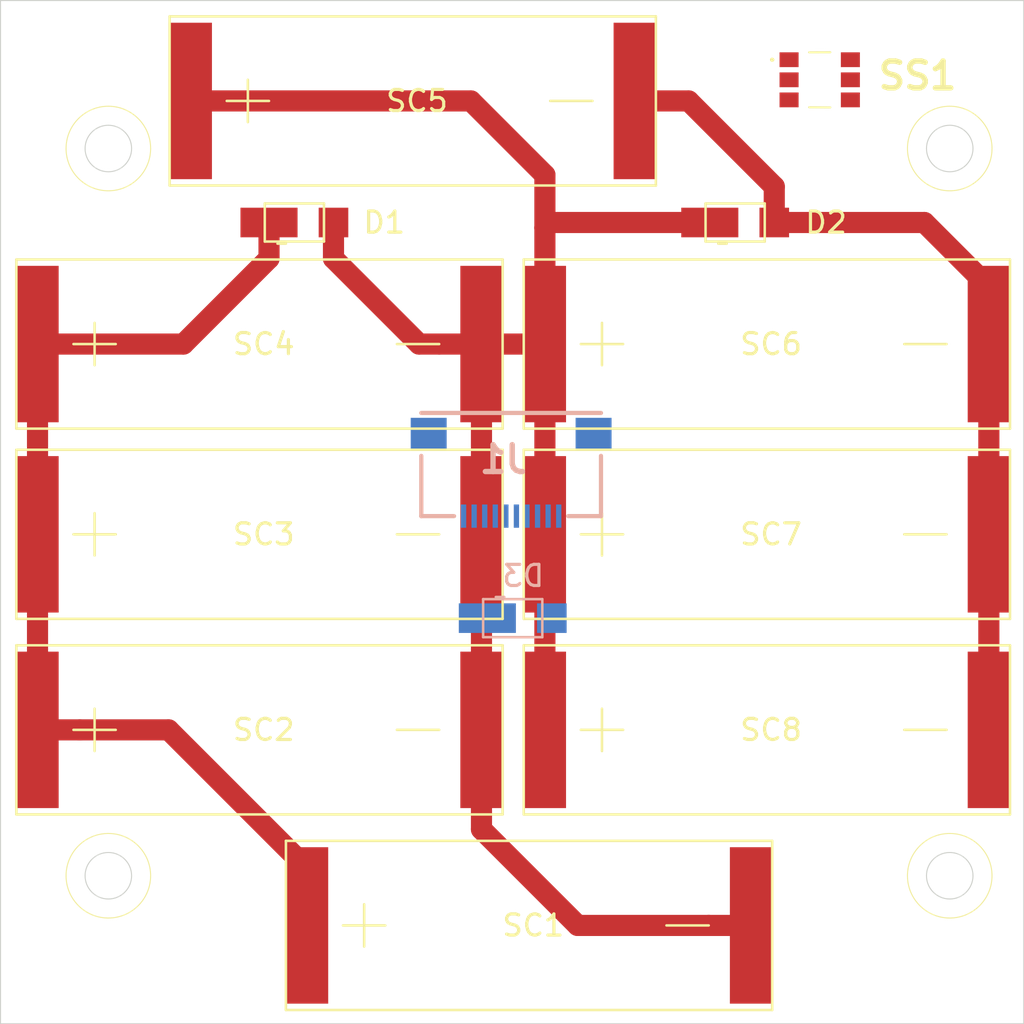
<source format=kicad_pcb>
(kicad_pcb (version 20171130) (host pcbnew "(5.1.4)-1")

  (general
    (thickness 1.6)
    (drawings 12)
    (tracks 32)
    (zones 0)
    (modules 13)
    (nets 21)
  )

  (page A4)
  (layers
    (0 F.Cu signal)
    (1 In1.Cu signal hide)
    (2 In2.Cu signal hide)
    (3 In3.Cu signal hide)
    (4 In4.Cu signal hide)
    (31 B.Cu signal hide)
    (32 B.Adhes user hide)
    (33 F.Adhes user hide)
    (34 B.Paste user hide)
    (35 F.Paste user)
    (36 B.SilkS user hide)
    (37 F.SilkS user)
    (38 B.Mask user hide)
    (39 F.Mask user)
    (40 Dwgs.User user hide)
    (41 Cmts.User user hide)
    (42 Eco1.User user hide)
    (43 Eco2.User user hide)
    (44 Edge.Cuts user)
    (45 Margin user hide)
    (46 B.CrtYd user hide)
    (47 F.CrtYd user)
    (48 B.Fab user hide)
    (49 F.Fab user hide)
  )

  (setup
    (last_trace_width 1)
    (user_trace_width 0.127)
    (user_trace_width 0.5)
    (user_trace_width 1)
    (trace_clearance 0.2)
    (zone_clearance 0.508)
    (zone_45_only no)
    (trace_min 0.2)
    (via_size 0.8)
    (via_drill 0.4)
    (via_min_size 0.4)
    (via_min_drill 0.3)
    (uvia_size 0.3)
    (uvia_drill 0.1)
    (uvias_allowed no)
    (uvia_min_size 0.2)
    (uvia_min_drill 0.1)
    (edge_width 0.05)
    (segment_width 0.2)
    (pcb_text_width 0.3)
    (pcb_text_size 1.5 1.5)
    (mod_edge_width 0.12)
    (mod_text_size 1 1)
    (mod_text_width 0.15)
    (pad_size 2.7 1.4)
    (pad_drill 0)
    (pad_to_mask_clearance 0.051)
    (solder_mask_min_width 0.25)
    (aux_axis_origin 0 0)
    (visible_elements 7FFFFFFF)
    (pcbplotparams
      (layerselection 0x010fc_ffffffff)
      (usegerberextensions false)
      (usegerberattributes false)
      (usegerberadvancedattributes false)
      (creategerberjobfile false)
      (excludeedgelayer true)
      (linewidth 0.100000)
      (plotframeref false)
      (viasonmask false)
      (mode 1)
      (useauxorigin false)
      (hpglpennumber 1)
      (hpglpenspeed 20)
      (hpglpendiameter 15.000000)
      (psnegative false)
      (psa4output false)
      (plotreference true)
      (plotvalue true)
      (plotinvisibletext false)
      (padsonsilk false)
      (subtractmaskfromsilk false)
      (outputformat 1)
      (mirror false)
      (drillshape 1)
      (scaleselection 1)
      (outputdirectory ""))
  )

  (net 0 "")
  (net 1 "Net-(D1-Pad2)")
  (net 2 "Net-(D1-Pad1)")
  (net 3 "Net-(D2-Pad2)")
  (net 4 "Net-(D3-Pad1)")
  (net 5 "Net-(IC1-Pad6)")
  (net 6 "Net-(IC1-Pad5)")
  (net 7 "Net-(IC1-Pad4)")
  (net 8 "Net-(IC1-Pad3)")
  (net 9 "Net-(IC1-Pad2)")
  (net 10 "Net-(IC1-Pad1)")
  (net 11 "Net-(J1-Pad1)")
  (net 12 "Net-(J1-Pad2)")
  (net 13 "Net-(J1-Pad3)")
  (net 14 "Net-(J1-Pad4)")
  (net 15 "Net-(J1-Pad5)")
  (net 16 "Net-(J1-Pad6)")
  (net 17 "Net-(J1-Pad7)")
  (net 18 "Net-(J1-Pad8)")
  (net 19 "Net-(J1-Pad9)")
  (net 20 "Net-(J1-Pad10)")

  (net_class Default "This is the default net class."
    (clearance 0.2)
    (trace_width 0.25)
    (via_dia 0.8)
    (via_drill 0.4)
    (uvia_dia 0.3)
    (uvia_drill 0.1)
    (add_net "Net-(D1-Pad1)")
    (add_net "Net-(D1-Pad2)")
    (add_net "Net-(D2-Pad2)")
    (add_net "Net-(D3-Pad1)")
    (add_net "Net-(IC1-Pad1)")
    (add_net "Net-(IC1-Pad2)")
    (add_net "Net-(IC1-Pad3)")
    (add_net "Net-(IC1-Pad4)")
    (add_net "Net-(IC1-Pad5)")
    (add_net "Net-(IC1-Pad6)")
    (add_net "Net-(J1-Pad1)")
    (add_net "Net-(J1-Pad10)")
    (add_net "Net-(J1-Pad2)")
    (add_net "Net-(J1-Pad3)")
    (add_net "Net-(J1-Pad4)")
    (add_net "Net-(J1-Pad5)")
    (add_net "Net-(J1-Pad6)")
    (add_net "Net-(J1-Pad7)")
    (add_net "Net-(J1-Pad8)")
    (add_net "Net-(J1-Pad9)")
  )

  (module SolarCellParts:KXOB25-05X3F (layer F.Cu) (tedit 5DADF49B) (tstamp 5DB2101F)
    (at 115.75 74.5)
    (path /5DB2144E)
    (fp_text reference SC8 (at 10.7 0) (layer F.SilkS)
      (effects (font (size 1 1) (thickness 0.15)))
    )
    (fp_text value SolarCell_Small (at 10.3 -5) (layer F.Fab)
      (effects (font (size 1 1) (thickness 0.15)))
    )
    (fp_line (start 17 0) (end 19 0) (layer F.SilkS) (width 0.12))
    (fp_line (start 1.7 0) (end 3.7 0) (layer F.SilkS) (width 0.12))
    (fp_line (start 2.7 -1) (end 2.7 1) (layer F.SilkS) (width 0.12))
    (fp_line (start -1 4) (end -1 -4) (layer F.SilkS) (width 0.12))
    (fp_line (start 22 4) (end -1 4) (layer F.SilkS) (width 0.12))
    (fp_line (start 22 -4) (end 22 4) (layer F.SilkS) (width 0.12))
    (fp_line (start -1 -4) (end 22 -4) (layer F.SilkS) (width 0.12))
    (pad 2 smd rect (at 21 0) (size 2 7.4) (layers F.Cu F.Paste F.Mask)
      (net 3 "Net-(D2-Pad2)"))
    (pad 1 smd rect (at 0 0) (size 2 7.4) (layers F.Cu F.Paste F.Mask)
      (net 1 "Net-(D1-Pad2)"))
  )

  (module SolarCellParts:KXOB25-05X3F (layer F.Cu) (tedit 5DADF49B) (tstamp 5DB21012)
    (at 115.75 65.25)
    (path /5DB210CF)
    (fp_text reference SC7 (at 10.7 0) (layer F.SilkS)
      (effects (font (size 1 1) (thickness 0.15)))
    )
    (fp_text value SolarCell_Small (at 10.3 -5) (layer F.Fab)
      (effects (font (size 1 1) (thickness 0.15)))
    )
    (fp_line (start 17 0) (end 19 0) (layer F.SilkS) (width 0.12))
    (fp_line (start 1.7 0) (end 3.7 0) (layer F.SilkS) (width 0.12))
    (fp_line (start 2.7 -1) (end 2.7 1) (layer F.SilkS) (width 0.12))
    (fp_line (start -1 4) (end -1 -4) (layer F.SilkS) (width 0.12))
    (fp_line (start 22 4) (end -1 4) (layer F.SilkS) (width 0.12))
    (fp_line (start 22 -4) (end 22 4) (layer F.SilkS) (width 0.12))
    (fp_line (start -1 -4) (end 22 -4) (layer F.SilkS) (width 0.12))
    (pad 2 smd rect (at 21 0) (size 2 7.4) (layers F.Cu F.Paste F.Mask)
      (net 3 "Net-(D2-Pad2)"))
    (pad 1 smd rect (at 0 0) (size 2 7.4) (layers F.Cu F.Paste F.Mask)
      (net 1 "Net-(D1-Pad2)"))
  )

  (module SolarCellParts:KXOB25-05X3F (layer F.Cu) (tedit 5DADF49B) (tstamp 5DB21005)
    (at 115.75 56.25)
    (path /5DB20D87)
    (fp_text reference SC6 (at 10.7 0) (layer F.SilkS)
      (effects (font (size 1 1) (thickness 0.15)))
    )
    (fp_text value SolarCell_Small (at 10.3 -5) (layer F.Fab)
      (effects (font (size 1 1) (thickness 0.15)))
    )
    (fp_line (start 17 0) (end 19 0) (layer F.SilkS) (width 0.12))
    (fp_line (start 1.7 0) (end 3.7 0) (layer F.SilkS) (width 0.12))
    (fp_line (start 2.7 -1) (end 2.7 1) (layer F.SilkS) (width 0.12))
    (fp_line (start -1 4) (end -1 -4) (layer F.SilkS) (width 0.12))
    (fp_line (start 22 4) (end -1 4) (layer F.SilkS) (width 0.12))
    (fp_line (start 22 -4) (end 22 4) (layer F.SilkS) (width 0.12))
    (fp_line (start -1 -4) (end 22 -4) (layer F.SilkS) (width 0.12))
    (pad 2 smd rect (at 21 0) (size 2 7.4) (layers F.Cu F.Paste F.Mask)
      (net 3 "Net-(D2-Pad2)"))
    (pad 1 smd rect (at 0 0) (size 2 7.4) (layers F.Cu F.Paste F.Mask)
      (net 1 "Net-(D1-Pad2)"))
  )

  (module SolarCellParts:KXOB25-05X3F (layer F.Cu) (tedit 5DADF49B) (tstamp 5DB20FF8)
    (at 99 44.75)
    (path /5DB208DB)
    (fp_text reference SC5 (at 10.7 0) (layer F.SilkS)
      (effects (font (size 1 1) (thickness 0.15)))
    )
    (fp_text value SolarCell_Small (at 10.3 -5) (layer F.Fab)
      (effects (font (size 1 1) (thickness 0.15)))
    )
    (fp_line (start 17 0) (end 19 0) (layer F.SilkS) (width 0.12))
    (fp_line (start 1.7 0) (end 3.7 0) (layer F.SilkS) (width 0.12))
    (fp_line (start 2.7 -1) (end 2.7 1) (layer F.SilkS) (width 0.12))
    (fp_line (start -1 4) (end -1 -4) (layer F.SilkS) (width 0.12))
    (fp_line (start 22 4) (end -1 4) (layer F.SilkS) (width 0.12))
    (fp_line (start 22 -4) (end 22 4) (layer F.SilkS) (width 0.12))
    (fp_line (start -1 -4) (end 22 -4) (layer F.SilkS) (width 0.12))
    (pad 2 smd rect (at 21 0) (size 2 7.4) (layers F.Cu F.Paste F.Mask)
      (net 3 "Net-(D2-Pad2)"))
    (pad 1 smd rect (at 0 0) (size 2 7.4) (layers F.Cu F.Paste F.Mask)
      (net 1 "Net-(D1-Pad2)"))
  )

  (module SolarCellParts:KXOB25-05X3F (layer F.Cu) (tedit 5DADF49B) (tstamp 5DB20FEB)
    (at 91.75 56.25)
    (path /5DB20680)
    (fp_text reference SC4 (at 10.7 0) (layer F.SilkS)
      (effects (font (size 1 1) (thickness 0.15)))
    )
    (fp_text value SolarCell_Small (at 10.3 -5) (layer F.Fab)
      (effects (font (size 1 1) (thickness 0.15)))
    )
    (fp_line (start 17 0) (end 19 0) (layer F.SilkS) (width 0.12))
    (fp_line (start 1.7 0) (end 3.7 0) (layer F.SilkS) (width 0.12))
    (fp_line (start 2.7 -1) (end 2.7 1) (layer F.SilkS) (width 0.12))
    (fp_line (start -1 4) (end -1 -4) (layer F.SilkS) (width 0.12))
    (fp_line (start 22 4) (end -1 4) (layer F.SilkS) (width 0.12))
    (fp_line (start 22 -4) (end 22 4) (layer F.SilkS) (width 0.12))
    (fp_line (start -1 -4) (end 22 -4) (layer F.SilkS) (width 0.12))
    (pad 2 smd rect (at 21 0) (size 2 7.4) (layers F.Cu F.Paste F.Mask)
      (net 1 "Net-(D1-Pad2)"))
    (pad 1 smd rect (at 0 0) (size 2 7.4) (layers F.Cu F.Paste F.Mask)
      (net 2 "Net-(D1-Pad1)"))
  )

  (module SolarCellParts:KXOB25-05X3F (layer F.Cu) (tedit 5DADF49B) (tstamp 5DB20FDE)
    (at 91.75 65.25)
    (path /5DB20459)
    (fp_text reference SC3 (at 10.7 0) (layer F.SilkS)
      (effects (font (size 1 1) (thickness 0.15)))
    )
    (fp_text value SolarCell_Small (at 10.3 -5) (layer F.Fab)
      (effects (font (size 1 1) (thickness 0.15)))
    )
    (fp_line (start 17 0) (end 19 0) (layer F.SilkS) (width 0.12))
    (fp_line (start 1.7 0) (end 3.7 0) (layer F.SilkS) (width 0.12))
    (fp_line (start 2.7 -1) (end 2.7 1) (layer F.SilkS) (width 0.12))
    (fp_line (start -1 4) (end -1 -4) (layer F.SilkS) (width 0.12))
    (fp_line (start 22 4) (end -1 4) (layer F.SilkS) (width 0.12))
    (fp_line (start 22 -4) (end 22 4) (layer F.SilkS) (width 0.12))
    (fp_line (start -1 -4) (end 22 -4) (layer F.SilkS) (width 0.12))
    (pad 2 smd rect (at 21 0) (size 2 7.4) (layers F.Cu F.Paste F.Mask)
      (net 1 "Net-(D1-Pad2)"))
    (pad 1 smd rect (at 0 0) (size 2 7.4) (layers F.Cu F.Paste F.Mask)
      (net 2 "Net-(D1-Pad1)"))
  )

  (module SolarCellParts:KXOB25-05X3F (layer F.Cu) (tedit 5DADF49B) (tstamp 5DB20FD1)
    (at 91.75 74.5)
    (path /5DB20198)
    (fp_text reference SC2 (at 10.7 0) (layer F.SilkS)
      (effects (font (size 1 1) (thickness 0.15)))
    )
    (fp_text value SolarCell_Small (at 10.3 -5) (layer F.Fab)
      (effects (font (size 1 1) (thickness 0.15)))
    )
    (fp_line (start 17 0) (end 19 0) (layer F.SilkS) (width 0.12))
    (fp_line (start 1.7 0) (end 3.7 0) (layer F.SilkS) (width 0.12))
    (fp_line (start 2.7 -1) (end 2.7 1) (layer F.SilkS) (width 0.12))
    (fp_line (start -1 4) (end -1 -4) (layer F.SilkS) (width 0.12))
    (fp_line (start 22 4) (end -1 4) (layer F.SilkS) (width 0.12))
    (fp_line (start 22 -4) (end 22 4) (layer F.SilkS) (width 0.12))
    (fp_line (start -1 -4) (end 22 -4) (layer F.SilkS) (width 0.12))
    (pad 2 smd rect (at 21 0) (size 2 7.4) (layers F.Cu F.Paste F.Mask)
      (net 1 "Net-(D1-Pad2)"))
    (pad 1 smd rect (at 0 0) (size 2 7.4) (layers F.Cu F.Paste F.Mask)
      (net 2 "Net-(D1-Pad1)"))
  )

  (module SolarCellParts:KXOB25-05X3F (layer F.Cu) (tedit 5DADF49B) (tstamp 5DB20FC4)
    (at 104.5 83.75)
    (path /5DB1DD20)
    (fp_text reference SC1 (at 10.7 0) (layer F.SilkS)
      (effects (font (size 1 1) (thickness 0.15)))
    )
    (fp_text value SolarCell_Small (at 10.3 -5) (layer F.Fab)
      (effects (font (size 1 1) (thickness 0.15)))
    )
    (fp_line (start 17 0) (end 19 0) (layer F.SilkS) (width 0.12))
    (fp_line (start 1.7 0) (end 3.7 0) (layer F.SilkS) (width 0.12))
    (fp_line (start 2.7 -1) (end 2.7 1) (layer F.SilkS) (width 0.12))
    (fp_line (start -1 4) (end -1 -4) (layer F.SilkS) (width 0.12))
    (fp_line (start 22 4) (end -1 4) (layer F.SilkS) (width 0.12))
    (fp_line (start 22 -4) (end 22 4) (layer F.SilkS) (width 0.12))
    (fp_line (start -1 -4) (end 22 -4) (layer F.SilkS) (width 0.12))
    (pad 2 smd rect (at 21 0) (size 2 7.4) (layers F.Cu F.Paste F.Mask)
      (net 1 "Net-(D1-Pad2)"))
    (pad 1 smd rect (at 0 0) (size 2 7.4) (layers F.Cu F.Paste F.Mask)
      (net 2 "Net-(D1-Pad1)"))
  )

  (module misc-circuits:XF2M-1015-1A (layer B.Cu) (tedit 0) (tstamp 5DB20FB7)
    (at 114.153 64.389)
    (descr XF2M-1015-1A)
    (tags Connector)
    (path /5DB2B78C)
    (attr smd)
    (fp_text reference J1 (at -0.37186 -2.68404) (layer B.SilkS)
      (effects (font (size 1.27 1.27) (thickness 0.254)) (justify mirror))
    )
    (fp_text value symbols_XF2M-1015-1A (at -0.37186 -2.68404) (layer B.SilkS) hide
      (effects (font (size 1.27 1.27) (thickness 0.254)) (justify mirror))
    )
    (fp_text user %R (at -0.37186 -2.68404) (layer B.Fab)
      (effects (font (size 1.27 1.27) (thickness 0.254)) (justify mirror))
    )
    (fp_line (start -4.25 0) (end 4.25 0) (layer B.Fab) (width 0.2))
    (fp_line (start 4.25 0) (end 4.25 -4.88) (layer B.Fab) (width 0.2))
    (fp_line (start 4.25 -4.88) (end -4.25 -4.88) (layer B.Fab) (width 0.2))
    (fp_line (start -4.25 -4.88) (end -4.25 0) (layer B.Fab) (width 0.2))
    (fp_line (start -4.25 -4.88) (end 4.25 -4.88) (layer B.SilkS) (width 0.2))
    (fp_line (start -4.25 0) (end -4.25 -2.85) (layer B.SilkS) (width 0.2))
    (fp_line (start 4.25 0) (end 4.25 -2.85) (layer B.SilkS) (width 0.2))
    (fp_line (start -4.25 0) (end -2.7 0) (layer B.SilkS) (width 0.2))
    (fp_line (start 4.25 0) (end 2.7 0) (layer B.SilkS) (width 0.2))
    (pad 1 smd rect (at -2.25 0) (size 0.25 1.1) (layers B.Cu B.Paste B.Mask)
      (net 11 "Net-(J1-Pad1)"))
    (pad 2 smd rect (at -1.75 0) (size 0.25 1.1) (layers B.Cu B.Paste B.Mask)
      (net 12 "Net-(J1-Pad2)"))
    (pad 3 smd rect (at -1.25 0) (size 0.25 1.1) (layers B.Cu B.Paste B.Mask)
      (net 13 "Net-(J1-Pad3)"))
    (pad 4 smd rect (at -0.75 0) (size 0.25 1.1) (layers B.Cu B.Paste B.Mask)
      (net 14 "Net-(J1-Pad4)"))
    (pad 5 smd rect (at -0.25 0) (size 0.25 1.1) (layers B.Cu B.Paste B.Mask)
      (net 15 "Net-(J1-Pad5)"))
    (pad 6 smd rect (at 0.25 0) (size 0.25 1.1) (layers B.Cu B.Paste B.Mask)
      (net 16 "Net-(J1-Pad6)"))
    (pad 7 smd rect (at 0.75 0) (size 0.25 1.1) (layers B.Cu B.Paste B.Mask)
      (net 17 "Net-(J1-Pad7)"))
    (pad 8 smd rect (at 1.25 0) (size 0.25 1.1) (layers B.Cu B.Paste B.Mask)
      (net 18 "Net-(J1-Pad8)"))
    (pad 9 smd rect (at 1.75 0) (size 0.25 1.1) (layers B.Cu B.Paste B.Mask)
      (net 19 "Net-(J1-Pad9)"))
    (pad 10 smd rect (at 2.25 0) (size 0.25 1.1) (layers B.Cu B.Paste B.Mask)
      (net 20 "Net-(J1-Pad10)"))
    (pad 11 smd rect (at -3.9 -3.9 270) (size 1.5 1.7) (layers B.Cu B.Paste B.Mask))
    (pad 12 smd rect (at 3.9 -3.9 270) (size 1.5 1.7) (layers B.Cu B.Paste B.Mask))
    (model XF2M-1015-1A.stp
      (at (xyz 0 0 0))
      (scale (xyz 1 1 1))
      (rotate (xyz 0 0 0))
    )
  )

  (module misc-circuits:TSL2561 (layer F.Cu) (tedit 0) (tstamp 5DB20F9D)
    (at 128.75 43.75)
    (descr TSL2561-2)
    (tags "Integrated Circuit")
    (path /5DB29C5D)
    (attr smd)
    (fp_text reference SS1 (at 4.625 -0.193) (layer F.SilkS)
      (effects (font (size 1.27 1.27) (thickness 0.254)))
    )
    (fp_text value symbols_TSL2561 (at -0.381 -10.414) (layer F.SilkS) hide
      (effects (font (size 1.27 1.27) (thickness 0.254)))
    )
    (fp_arc (start -2.25 -0.95) (end -2.3 -0.95) (angle -180) (layer F.SilkS) (width 0.1))
    (fp_arc (start -2.25 -0.95) (end -2.2 -0.95) (angle -180) (layer F.SilkS) (width 0.1))
    (fp_line (start -2.3 -0.95) (end -2.3 -0.95) (layer F.SilkS) (width 0.1))
    (fp_line (start -2.2 -0.95) (end -2.2 -0.95) (layer F.SilkS) (width 0.1))
    (fp_line (start -0.5 1.3) (end 0.5 1.307) (layer F.SilkS) (width 0.1))
    (fp_line (start -0.5 -1.3) (end 0.5 -1.303) (layer F.SilkS) (width 0.1))
    (fp_line (start -2.5 1.907) (end -2.5 -1.903) (layer F.CrtYd) (width 0.1))
    (fp_line (start 2.5 1.907) (end -2.5 1.907) (layer F.CrtYd) (width 0.1))
    (fp_line (start 2.5 -1.903) (end 2.5 1.907) (layer F.CrtYd) (width 0.1))
    (fp_line (start -2.5 -1.903) (end 2.5 -1.903) (layer F.CrtYd) (width 0.1))
    (fp_line (start -1.9 1.3) (end -1.9 -1.3) (layer F.Fab) (width 0.2))
    (fp_line (start 1.9 1.3) (end -1.9 1.3) (layer F.Fab) (width 0.2))
    (fp_line (start 1.9 -1.3) (end 1.9 1.3) (layer F.Fab) (width 0.2))
    (fp_line (start -1.9 -1.3) (end 1.9 -1.3) (layer F.Fab) (width 0.2))
    (fp_text user %R (at 4.371 2.093) (layer F.Fab)
      (effects (font (size 1.27 1.27) (thickness 0.254)))
    )
    (pad 6 smd rect (at 1.45 -0.95 90) (size 0.7 0.9) (layers F.Cu F.Paste F.Mask)
      (net 5 "Net-(IC1-Pad6)"))
    (pad 5 smd rect (at 1.45 0 90) (size 0.7 0.9) (layers F.Cu F.Paste F.Mask)
      (net 6 "Net-(IC1-Pad5)"))
    (pad 4 smd rect (at 1.45 0.95 90) (size 0.7 0.9) (layers F.Cu F.Paste F.Mask)
      (net 7 "Net-(IC1-Pad4)"))
    (pad 3 smd rect (at -1.45 0.95 90) (size 0.7 0.9) (layers F.Cu F.Paste F.Mask)
      (net 8 "Net-(IC1-Pad3)"))
    (pad 2 smd rect (at -1.45 0 90) (size 0.7 0.9) (layers F.Cu F.Paste F.Mask)
      (net 9 "Net-(IC1-Pad2)"))
    (pad 1 smd rect (at -1.45 -0.95 90) (size 0.7 0.9) (layers F.Cu F.Paste F.Mask)
      (net 10 "Net-(IC1-Pad1)"))
    (model TSL2561.stp
      (at (xyz 0 0 0))
      (scale (xyz 1 1 1))
      (rotate (xyz 0 0 0))
    )
  )

  (module "SolarCellParts:SB Diode" (layer B.Cu) (tedit 5DADF414) (tstamp 5DB20F84)
    (at 114.228 69.215)
    (path /5DB28DCD)
    (fp_text reference D3 (at 0.5 -2) (layer B.SilkS)
      (effects (font (size 1 1) (thickness 0.15)) (justify mirror))
    )
    (fp_text value SBDiode (at 0 1.8) (layer B.Fab)
      (effects (font (size 1 1) (thickness 0.15)) (justify mirror))
    )
    (fp_line (start -0.8 -1) (end -0.4 -1) (layer B.SilkS) (width 0.12))
    (fp_line (start -1.4 0.9) (end 1.4 0.9) (layer B.SilkS) (width 0.12))
    (fp_line (start -1.4 -0.9) (end -1.4 0.9) (layer B.SilkS) (width 0.12))
    (fp_line (start 1.4 -0.9) (end -1.4 -0.9) (layer B.SilkS) (width 0.12))
    (fp_line (start 1.4 0.9) (end 1.4 -0.9) (layer B.SilkS) (width 0.12))
    (pad 2 smd rect (at 1.85 0) (size 1.4 1.4) (layers B.Cu B.Paste B.Mask)
      (net 2 "Net-(D1-Pad1)"))
    (pad 1 smd rect (at -1.2 0) (size 2.7 1.4) (layers B.Cu B.Paste B.Mask)
      (net 4 "Net-(D3-Pad1)"))
  )

  (module "SolarCellParts:SB Diode" (layer F.Cu) (tedit 5DADF414) (tstamp 5DB20F79)
    (at 124.75 50.5)
    (path /5DB22D88)
    (fp_text reference D2 (at 4.3 0) (layer F.SilkS)
      (effects (font (size 1 1) (thickness 0.15)))
    )
    (fp_text value SBDiode (at 0 -1.8) (layer F.Fab)
      (effects (font (size 1 1) (thickness 0.15)))
    )
    (fp_line (start -0.8 1) (end -0.4 1) (layer F.SilkS) (width 0.12))
    (fp_line (start -1.4 -0.9) (end 1.4 -0.9) (layer F.SilkS) (width 0.12))
    (fp_line (start -1.4 0.9) (end -1.4 -0.9) (layer F.SilkS) (width 0.12))
    (fp_line (start 1.4 0.9) (end -1.4 0.9) (layer F.SilkS) (width 0.12))
    (fp_line (start 1.4 -0.9) (end 1.4 0.9) (layer F.SilkS) (width 0.12))
    (pad 2 smd rect (at 1.85 0) (size 1.4 1.4) (layers F.Cu F.Paste F.Mask)
      (net 3 "Net-(D2-Pad2)"))
    (pad 1 smd rect (at -1.2 0) (size 2.7 1.4) (layers F.Cu F.Paste F.Mask)
      (net 1 "Net-(D1-Pad2)"))
  )

  (module "SolarCellParts:SB Diode" (layer F.Cu) (tedit 5DADF414) (tstamp 5DB20F6E)
    (at 103.9 50.5)
    (path /5DB2161B)
    (fp_text reference D1 (at 4.25 0) (layer F.SilkS)
      (effects (font (size 1 1) (thickness 0.15)))
    )
    (fp_text value SBDiode (at 0 -1.8) (layer F.Fab)
      (effects (font (size 1 1) (thickness 0.15)))
    )
    (fp_line (start -0.8 1) (end -0.4 1) (layer F.SilkS) (width 0.12))
    (fp_line (start -1.4 -0.9) (end 1.4 -0.9) (layer F.SilkS) (width 0.12))
    (fp_line (start -1.4 0.9) (end -1.4 -0.9) (layer F.SilkS) (width 0.12))
    (fp_line (start 1.4 0.9) (end -1.4 0.9) (layer F.SilkS) (width 0.12))
    (fp_line (start 1.4 -0.9) (end 1.4 0.9) (layer F.SilkS) (width 0.12))
    (pad 2 smd rect (at 1.85 0) (size 1.4 1.4) (layers F.Cu F.Paste F.Mask)
      (net 1 "Net-(D1-Pad2)"))
    (pad 1 smd rect (at -1.2 0) (size 2.7 1.4) (layers F.Cu F.Paste F.Mask)
      (net 2 "Net-(D1-Pad1)"))
  )

  (gr_circle (center 95.1 81.4) (end 97.1 81.4) (layer F.SilkS) (width 0.05) (tstamp 5DB1E621))
  (gr_circle (center 134.9 81.4) (end 136.9 81.4) (layer F.SilkS) (width 0.05) (tstamp 5DB1E61C))
  (gr_circle (center 134.9 47) (end 136.9 47) (layer F.SilkS) (width 0.05) (tstamp 5DB1E618))
  (gr_circle (center 95.1 47) (end 97.1 47) (layer F.SilkS) (width 0.05) (tstamp 5DB1E613))
  (gr_circle (center 95.1 81.4) (end 96.2 81.4) (layer Edge.Cuts) (width 0.05))
  (gr_circle (center 134.9 81.4) (end 136 81.4) (layer Edge.Cuts) (width 0.05))
  (gr_circle (center 134.9 47) (end 136 47) (layer Edge.Cuts) (width 0.05))
  (gr_circle (center 95.1 47) (end 96.2 47) (layer Edge.Cuts) (width 0.05))
  (gr_line (start 90 88.4) (end 138.4 88.4) (layer Edge.Cuts) (width 0.05))
  (gr_line (start 90 88.4) (end 90 40) (layer Edge.Cuts) (width 0.05) (tstamp 5DAE3ED1))
  (gr_line (start 138.4 40) (end 138.4 88.4) (layer Edge.Cuts) (width 0.05))
  (gr_line (start 90 40) (end 138.4 40) (layer Edge.Cuts) (width 0.05))

  (segment (start 112.75 56.25) (end 112.75 74.5) (width 1) (layer F.Cu) (net 1))
  (segment (start 123.5 83.75) (end 125.5 83.75) (width 1) (layer F.Cu) (net 1))
  (segment (start 117.3 83.75) (end 123.5 83.75) (width 1) (layer F.Cu) (net 1))
  (segment (start 112.75 79.2) (end 117.3 83.75) (width 1) (layer F.Cu) (net 1))
  (segment (start 112.75 74.5) (end 112.75 79.2) (width 1) (layer F.Cu) (net 1))
  (segment (start 110.75 56.25) (end 112.75 56.25) (width 1) (layer F.Cu) (net 1))
  (segment (start 109.8 56.25) (end 110.75 56.25) (width 1) (layer F.Cu) (net 1))
  (segment (start 105.75 52.2) (end 109.8 56.25) (width 1) (layer F.Cu) (net 1))
  (segment (start 105.75 50.5) (end 105.75 52.2) (width 1) (layer F.Cu) (net 1))
  (segment (start 99 44.75) (end 112.25 44.75) (width 1) (layer F.Cu) (net 1))
  (segment (start 112.25 44.75) (end 115.75 48.25) (width 1) (layer F.Cu) (net 1))
  (segment (start 115.75 56.25) (end 115.75 74.5) (width 1) (layer F.Cu) (net 1))
  (segment (start 116 50.5) (end 123.55 50.5) (width 1) (layer F.Cu) (net 1))
  (segment (start 115.75 50.75) (end 116 50.5) (width 1) (layer F.Cu) (net 1))
  (segment (start 115.75 50.75) (end 115.75 56.25) (width 1) (layer F.Cu) (net 1))
  (segment (start 115.75 48.25) (end 115.75 50.75) (width 1) (layer F.Cu) (net 1))
  (segment (start 115.75 56.25) (end 112.75 56.25) (width 1) (layer F.Cu) (net 1))
  (segment (start 93.75 74.5) (end 91.75 74.5) (width 1) (layer F.Cu) (net 2))
  (segment (start 97.95 74.5) (end 93.75 74.5) (width 1) (layer F.Cu) (net 2))
  (segment (start 104.5 81.05) (end 97.95 74.5) (width 1) (layer F.Cu) (net 2))
  (segment (start 104.5 83.75) (end 104.5 81.05) (width 1) (layer F.Cu) (net 2))
  (segment (start 91.75 74.5) (end 91.75 56.25) (width 1) (layer F.Cu) (net 2))
  (segment (start 102.7 52.2) (end 102.7 50.5) (width 1) (layer F.Cu) (net 2))
  (segment (start 98.65 56.25) (end 102.7 52.2) (width 1) (layer F.Cu) (net 2))
  (segment (start 91.75 56.25) (end 98.65 56.25) (width 1) (layer F.Cu) (net 2))
  (segment (start 136.75 56.25) (end 136.75 74.5) (width 1) (layer F.Cu) (net 3))
  (segment (start 126.6 48.8) (end 126.6 50.5) (width 1) (layer F.Cu) (net 3))
  (segment (start 122.55 44.75) (end 126.6 48.8) (width 1) (layer F.Cu) (net 3))
  (segment (start 120 44.75) (end 122.55 44.75) (width 1) (layer F.Cu) (net 3))
  (segment (start 136.75 53.55) (end 136.75 56.25) (width 1) (layer F.Cu) (net 3))
  (segment (start 133.7 50.5) (end 136.75 53.55) (width 1) (layer F.Cu) (net 3))
  (segment (start 126.6 50.5) (end 133.7 50.5) (width 1) (layer F.Cu) (net 3))

)

</source>
